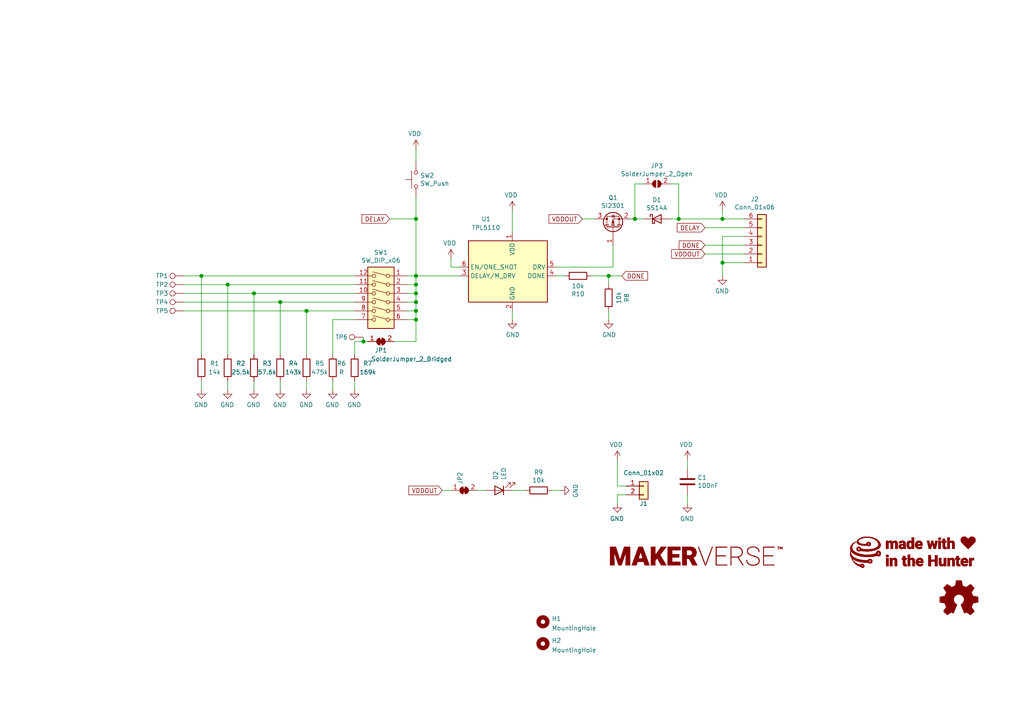
<source format=kicad_sch>
(kicad_sch (version 20210621) (generator eeschema)
  (paper "A4")
  (title_block (title "Makerverse TPL5110 Nano Power Timer") (date "2021-09-14") (rev "10") (comment 1 "Designed at Core Electronics by Brenton Schulz") (comment 2 "Makerverse and the makerverse logo are trademarks of Core Electronics Pty Ltd.") (comment 3 "License: CCASAv4.0 https://creativecommons.org/licenses/by-sa/4.0/"))
  (lib_symbols
    (symbol "Connector:TestPoint" (pin_numbers hide) (pin_names (offset 0.762) hide)
      (property "Reference" "TP" (at 0 6.858 0))
      (property "Value" "TestPoint" (at 0 5.08 0))
      (symbol "TestPoint_1_1"
        (pin passive line (at 0 0 90) (length 2.54) (name "1") (number "1"))
      )
    )
    (symbol "Connector_Generic:Conn_01x02" (pin_names (offset 1.016) hide)
      (property "Reference" "J" (at 0 2.54 0))
      (property "Value" "Conn_01x02" (at 0 -5.08 0))
      (symbol "Conn_01x02_1_1"
        (pin passive line (at -5.08 0 0) (length 3.81) (name "Pin_1") (number "1"))
        (pin passive line (at -5.08 -2.54 0) (length 3.81) (name "Pin_2") (number "2"))
      )
    )
    (symbol "Connector_Generic:Conn_01x06" (pin_names (offset 1.016) hide)
      (property "Reference" "J" (at 0 7.62 0))
      (property "Value" "Conn_01x06" (at 0 -10.16 0))
      (symbol "Conn_01x06_1_1"
        (pin passive line (at -5.08 5.08 0) (length 3.81) (name "Pin_1") (number "1"))
        (pin passive line (at -5.08 2.54 0) (length 3.81) (name "Pin_2") (number "2"))
        (pin passive line (at -5.08 0 0) (length 3.81) (name "Pin_3") (number "3"))
        (pin passive line (at -5.08 -2.54 0) (length 3.81) (name "Pin_4") (number "4"))
        (pin passive line (at -5.08 -5.08 0) (length 3.81) (name "Pin_5") (number "5"))
        (pin passive line (at -5.08 -7.62 0) (length 3.81) (name "Pin_6") (number "6"))
      )
    )
    (symbol "CoreElectronics_Artwork:LOGO_CoreElectronics_made-with-love" (pin_names (offset 1.016)))
    (symbol "CoreElectronics_Artwork:LOGO_Makerverse" (pin_names (offset 1.016)))
    (symbol "Device:C" (pin_numbers hide) (pin_names (offset 0.254))
      (property "Reference" "C" (at 0.635 2.54 0))
      (property "Value" "C" (at 0.635 -2.54 0))
      (symbol "C_1_1"
        (pin passive line (at 0 3.81 270) (length 2.794) (name "~") (number "1"))
        (pin passive line (at 0 -3.81 90) (length 2.794) (name "~") (number "2"))
      )
    )
    (symbol "Device:D_Schottky" (pin_numbers hide) (pin_names (offset 1.016) hide)
      (property "Reference" "D" (at 0 2.54 0))
      (property "Value" "D_Schottky" (at 0 -2.54 0))
      (symbol "D_Schottky_1_1"
        (pin passive line (at -3.81 0 0) (length 2.54) (name "K") (number "1"))
        (pin passive line (at 3.81 0 180) (length 2.54) (name "A") (number "2"))
      )
    )
    (symbol "Device:LED" (pin_numbers hide) (pin_names (offset 1.016) hide)
      (property "Reference" "D" (at 0 2.54 0))
      (property "Value" "LED" (at 0 -2.54 0))
      (symbol "LED_1_1"
        (pin passive line (at -3.81 0 0) (length 2.54) (name "K") (number "1"))
        (pin passive line (at 3.81 0 180) (length 2.54) (name "A") (number "2"))
      )
    )
    (symbol "Device:R" (pin_numbers hide) (pin_names (offset 0))
      (property "Reference" "R" (at 2.032 0 90))
      (property "Value" "R" (at 0 0 90))
      (symbol "R_1_1"
        (pin passive line (at 0 3.81 270) (length 1.27) (name "~") (number "1"))
        (pin passive line (at 0 -3.81 90) (length 1.27) (name "~") (number "2"))
      )
    )
    (symbol "Graphic:Logo_Open_Hardware_Small" (pin_names (offset 1.016)))
    (symbol "Jumper:SolderJumper_2_Bridged" (pin_names (offset 0) hide)
      (property "Reference" "JP" (at 0 2.032 0))
      (property "Value" "SolderJumper_2_Bridged" (at 0 -2.54 0))
      (symbol "SolderJumper_2_Bridged_1_1"
        (pin passive line (at -3.81 0 0) (length 2.54) (name "A") (number "1"))
        (pin passive line (at 3.81 0 180) (length 2.54) (name "B") (number "2"))
      )
    )
    (symbol "Jumper:SolderJumper_2_Open" (pin_names (offset 0) hide)
      (property "Reference" "JP" (at 0 2.032 0))
      (property "Value" "SolderJumper_2_Open" (at 0 -2.54 0))
      (symbol "SolderJumper_2_Open_1_1"
        (pin passive line (at -3.81 0 0) (length 2.54) (name "A") (number "1"))
        (pin passive line (at 3.81 0 180) (length 2.54) (name "B") (number "2"))
      )
    )
    (symbol "Mechanical:MountingHole" (pin_names (offset 1.016))
      (property "Reference" "H" (at 0 5.08 0))
      (property "Value" "MountingHole" (at 0 3.175 0))
    )
    (symbol "Switch:SW_DIP_x06" (pin_names (offset 0) hide)
      (property "Reference" "SW" (at 0 11.43 0))
      (property "Value" "SW_DIP_x06" (at 0 -8.89 0))
      (symbol "SW_DIP_x06_1_1"
        (pin passive line (at -7.62 7.62 0) (length 5.08) (name "~") (number "1"))
        (pin passive line (at 7.62 2.54 180) (length 5.08) (name "~") (number "10"))
        (pin passive line (at 7.62 5.08 180) (length 5.08) (name "~") (number "11"))
        (pin passive line (at 7.62 7.62 180) (length 5.08) (name "~") (number "12"))
        (pin passive line (at -7.62 5.08 0) (length 5.08) (name "~") (number "2"))
        (pin passive line (at -7.62 2.54 0) (length 5.08) (name "~") (number "3"))
        (pin passive line (at -7.62 0 0) (length 5.08) (name "~") (number "4"))
        (pin passive line (at -7.62 -2.54 0) (length 5.08) (name "~") (number "5"))
        (pin passive line (at -7.62 -5.08 0) (length 5.08) (name "~") (number "6"))
        (pin passive line (at 7.62 -5.08 180) (length 5.08) (name "~") (number "7"))
        (pin passive line (at 7.62 -2.54 180) (length 5.08) (name "~") (number "8"))
        (pin passive line (at 7.62 0 180) (length 5.08) (name "~") (number "9"))
      )
    )
    (symbol "Switch:SW_Push" (pin_numbers hide) (pin_names (offset 1.016) hide)
      (property "Reference" "SW" (at 1.27 2.54 0))
      (property "Value" "SW_Push" (at 0 -1.524 0))
      (symbol "SW_Push_0_1"
        (pin passive line (at -5.08 0 0) (length 2.54) (name "1") (number "1"))
        (pin passive line (at 5.08 0 180) (length 2.54) (name "2") (number "2"))
      )
    )
    (symbol "Timer:TPL5110"
      (property "Reference" "U" (at -10.16 8.89 0))
      (property "Value" "TPL5110" (at 6.35 8.89 0))
      (symbol "TPL5110_1_1"
        (pin power_in line (at 0 10.16 270) (length 2.54) (name "VDD") (number "1"))
        (pin power_in line (at 0 -12.7 90) (length 2.54) (name "GND") (number "2"))
        (pin input line (at -15.24 -2.54 0) (length 2.54) (name "DELAY/M_DRV") (number "3"))
        (pin input line (at 12.7 -2.54 180) (length 2.54) (name "DONE") (number "4"))
        (pin output line (at 12.7 0 180) (length 2.54) (name "DRV") (number "5"))
        (pin input line (at -15.24 0 0) (length 2.54) (name "EN/ONE_SHOT") (number "6"))
      )
    )
    (symbol "Transistor_FET:Si2319CDS" (pin_names hide)
      (property "Reference" "Q" (at 5.08 1.905 0))
      (property "Value" "Si2319CDS" (at 5.08 0 0))
      (symbol "Si2319CDS_1_1"
        (pin input line (at -5.08 0 0) (length 2.54) (name "G") (number "1"))
        (pin passive line (at 2.54 -5.08 90) (length 2.54) (name "S") (number "2"))
        (pin passive line (at 2.54 5.08 270) (length 2.54) (name "D") (number "3"))
      )
    )
    (symbol "power:GND" (power) (pin_names (offset 0))
      (property "Value" "GND" (at 0 -3.81 0))
      (symbol "GND_1_1"
        (pin power_in line (at 0 0 270) (length 0) hide (name "GND") (number "1"))
      )
    )
    (symbol "power:VDD" (power) (pin_names (offset 0))
      (property "Value" "VDD" (at 0 3.81 0))
      (symbol "VDD_1_1"
        (pin power_in line (at 0 0 90) (length 0) hide (name "VDD") (number "1"))
      )
    )
  )
  (junction (at 58.42 80.01) (diameter 1.016))
  (junction (at 66.04 82.55) (diameter 1.016))
  (junction (at 73.66 85.09) (diameter 1.016))
  (junction (at 81.28 87.63) (diameter 1.016))
  (junction (at 88.9 90.17) (diameter 1.016))
  (junction (at 105.41 99.06) (diameter 1.016))
  (junction (at 120.65 63.5) (diameter 1.016))
  (junction (at 120.65 80.01) (diameter 1.016))
  (junction (at 120.65 82.55) (diameter 1.016))
  (junction (at 120.65 85.09) (diameter 1.016))
  (junction (at 120.65 87.63) (diameter 1.016))
  (junction (at 120.65 90.17) (diameter 1.016))
  (junction (at 120.65 92.71) (diameter 1.016))
  (junction (at 176.53 80.01) (diameter 1.016))
  (junction (at 184.15 63.5) (diameter 1.016))
  (junction (at 196.85 63.5) (diameter 1.016))
  (junction (at 209.55 63.5) (diameter 1.016))
  (junction (at 209.55 76.2) (diameter 1.016))
  (wire (pts (xy 53.34 82.55) (xy 66.04 82.55)))
  (wire (pts (xy 53.34 85.09) (xy 73.66 85.09)))
  (wire (pts (xy 53.34 87.63) (xy 81.28 87.63)))
  (wire (pts (xy 53.34 90.17) (xy 88.9 90.17)))
  (wire (pts (xy 58.42 80.01) (xy 53.34 80.01)))
  (wire (pts (xy 58.42 80.01) (xy 102.87 80.01)))
  (wire (pts (xy 58.42 102.87) (xy 58.42 80.01)))
  (wire (pts (xy 58.42 113.03) (xy 58.42 110.49)))
  (wire (pts (xy 66.04 82.55) (xy 66.04 102.87)))
  (wire (pts (xy 66.04 82.55) (xy 102.87 82.55)))
  (wire (pts (xy 66.04 110.49) (xy 66.04 113.03)))
  (wire (pts (xy 73.66 85.09) (xy 73.66 102.87)))
  (wire (pts (xy 73.66 85.09) (xy 102.87 85.09)))
  (wire (pts (xy 73.66 113.03) (xy 73.66 110.49)))
  (wire (pts (xy 81.28 87.63) (xy 81.28 102.87)))
  (wire (pts (xy 81.28 87.63) (xy 102.87 87.63)))
  (wire (pts (xy 81.28 110.49) (xy 81.28 113.03)))
  (wire (pts (xy 88.9 90.17) (xy 88.9 102.87)))
  (wire (pts (xy 88.9 90.17) (xy 102.87 90.17)))
  (wire (pts (xy 88.9 113.03) (xy 88.9 110.49)))
  (wire (pts (xy 96.52 92.71) (xy 96.52 102.87)))
  (wire (pts (xy 96.52 110.49) (xy 96.52 113.03)))
  (wire (pts (xy 102.87 92.71) (xy 96.52 92.71)))
  (wire (pts (xy 102.87 99.06) (xy 105.41 99.06)))
  (wire (pts (xy 102.87 102.87) (xy 102.87 99.06)))
  (wire (pts (xy 102.87 113.03) (xy 102.87 110.49)))
  (wire (pts (xy 105.41 97.79) (xy 105.41 99.06)))
  (wire (pts (xy 105.41 99.06) (xy 106.68 99.06)))
  (wire (pts (xy 113.03 63.5) (xy 120.65 63.5)))
  (wire (pts (xy 114.3 99.06) (xy 120.65 99.06)))
  (wire (pts (xy 118.11 82.55) (xy 120.65 82.55)))
  (wire (pts (xy 118.11 87.63) (xy 120.65 87.63)))
  (wire (pts (xy 118.11 92.71) (xy 120.65 92.71)))
  (wire (pts (xy 120.65 43.18) (xy 120.65 46.99)))
  (wire (pts (xy 120.65 57.15) (xy 120.65 63.5)))
  (wire (pts (xy 120.65 63.5) (xy 120.65 80.01)))
  (wire (pts (xy 120.65 80.01) (xy 118.11 80.01)))
  (wire (pts (xy 120.65 82.55) (xy 120.65 80.01)))
  (wire (pts (xy 120.65 85.09) (xy 118.11 85.09)))
  (wire (pts (xy 120.65 85.09) (xy 120.65 82.55)))
  (wire (pts (xy 120.65 87.63) (xy 120.65 85.09)))
  (wire (pts (xy 120.65 90.17) (xy 118.11 90.17)))
  (wire (pts (xy 120.65 90.17) (xy 120.65 87.63)))
  (wire (pts (xy 120.65 92.71) (xy 120.65 90.17)))
  (wire (pts (xy 120.65 99.06) (xy 120.65 92.71)))
  (wire (pts (xy 128.27 142.24) (xy 130.81 142.24)))
  (wire (pts (xy 130.81 74.93) (xy 130.81 77.47)))
  (wire (pts (xy 130.81 77.47) (xy 133.35 77.47)))
  (wire (pts (xy 133.35 80.01) (xy 120.65 80.01)))
  (wire (pts (xy 138.43 142.24) (xy 140.97 142.24)))
  (wire (pts (xy 148.59 60.96) (xy 148.59 67.31)))
  (wire (pts (xy 148.59 92.71) (xy 148.59 90.17)))
  (wire (pts (xy 148.59 142.24) (xy 152.4 142.24)))
  (wire (pts (xy 161.29 77.47) (xy 177.8 77.47)))
  (wire (pts (xy 161.29 80.01) (xy 163.83 80.01)))
  (wire (pts (xy 162.56 142.24) (xy 160.02 142.24)))
  (wire (pts (xy 168.91 63.5) (xy 172.72 63.5)))
  (wire (pts (xy 171.45 80.01) (xy 176.53 80.01)))
  (wire (pts (xy 176.53 80.01) (xy 180.34 80.01)))
  (wire (pts (xy 176.53 82.55) (xy 176.53 80.01)))
  (wire (pts (xy 176.53 90.17) (xy 176.53 92.71)))
  (wire (pts (xy 177.8 77.47) (xy 177.8 71.12)))
  (wire (pts (xy 179.07 140.97) (xy 179.07 133.35)))
  (wire (pts (xy 179.07 143.51) (xy 181.61 143.51)))
  (wire (pts (xy 179.07 146.05) (xy 179.07 143.51)))
  (wire (pts (xy 181.61 140.97) (xy 179.07 140.97)))
  (wire (pts (xy 184.15 53.34) (xy 184.15 63.5)))
  (wire (pts (xy 184.15 63.5) (xy 182.88 63.5)))
  (wire (pts (xy 186.69 53.34) (xy 184.15 53.34)))
  (wire (pts (xy 186.69 63.5) (xy 184.15 63.5)))
  (wire (pts (xy 194.31 53.34) (xy 196.85 53.34)))
  (wire (pts (xy 194.31 63.5) (xy 196.85 63.5)))
  (wire (pts (xy 196.85 53.34) (xy 196.85 63.5)))
  (wire (pts (xy 196.85 63.5) (xy 209.55 63.5)))
  (wire (pts (xy 199.39 133.35) (xy 199.39 135.89)))
  (wire (pts (xy 199.39 143.51) (xy 199.39 146.05)))
  (wire (pts (xy 204.47 71.12) (xy 215.9 71.12)))
  (wire (pts (xy 204.47 73.66) (xy 215.9 73.66)))
  (wire (pts (xy 209.55 60.96) (xy 209.55 63.5)))
  (wire (pts (xy 209.55 63.5) (xy 215.9 63.5)))
  (wire (pts (xy 209.55 68.58) (xy 215.9 68.58)))
  (wire (pts (xy 209.55 76.2) (xy 209.55 68.58)))
  (wire (pts (xy 209.55 80.01) (xy 209.55 76.2)))
  (wire (pts (xy 215.9 66.04) (xy 204.47 66.04)))
  (wire (pts (xy 215.9 76.2) (xy 209.55 76.2)))
  (global_label "DELAY" (shape input) (at 113.03 63.5 180) (property "Intersheet References" "${INTERSHEET_REFS}" (effects hide)))
  (global_label "VDDOUT" (shape input) (at 128.27 142.24 180) (property "Intersheet References" "${INTERSHEET_REFS}" (effects hide)))
  (global_label "VDDOUT" (shape input) (at 168.91 63.5 180) (property "Intersheet References" "${INTERSHEET_REFS}" (effects hide)))
  (global_label "DONE" (shape input) (at 180.34 80.01 0) (property "Intersheet References" "${INTERSHEET_REFS}" (effects hide)))
  (global_label "DELAY" (shape input) (at 204.47 66.04 180) (property "Intersheet References" "${INTERSHEET_REFS}" (effects hide)))
  (global_label "DONE" (shape input) (at 204.47 71.12 180) (property "Intersheet References" "${INTERSHEET_REFS}" (effects hide)))
  (global_label "VDDOUT" (shape input) (at 204.47 73.66 180) (property "Intersheet References" "${INTERSHEET_REFS}" (effects hide)))
  (symbol (lib_id "power:VDD") (at 120.65 43.18 0) (mirror y) (unit 1)
    (property "Reference" "#PWR0117" (effects hide))
    (property "Value" "VDD" (at 120.269 38.7858 0))
  )
  (symbol (lib_id "power:VDD") (at 130.81 74.93 0) (mirror y) (unit 1)
    (property "Reference" "#PWR0108" (effects hide))
    (property "Value" "VDD" (at 130.429 70.5358 0))
  )
  (symbol (lib_id "power:VDD") (at 148.59 60.96 0) (mirror y) (unit 1)
    (property "Reference" "#PWR0105" (effects hide))
    (property "Value" "VDD" (at 148.209 56.5658 0))
  )
  (symbol (lib_id "power:VDD") (at 179.07 133.35 0) (mirror y) (unit 1)
    (property "Reference" "#PWR0115" (effects hide))
    (property "Value" "VDD" (at 178.689 128.9558 0))
  )
  (symbol (lib_id "power:VDD") (at 199.39 133.35 0) (mirror y) (unit 1)
    (property "Reference" "#PWR0107" (effects hide))
    (property "Value" "VDD" (at 199.009 128.9558 0))
  )
  (symbol (lib_id "power:VDD") (at 209.55 60.96 0) (mirror y) (unit 1)
    (property "Reference" "#PWR0120" (effects hide))
    (property "Value" "VDD" (at 209.169 56.5658 0))
  )
  (symbol (lib_id "Connector:TestPoint") (at 53.34 80.01 90) (unit 1)
    (property "Reference" "TP1" (at 46.99 80.01 90))
    (property "Value" "TestPoint" (effects hide))
    (property "Footprint" "TestPoint:TestPoint_THTPad_D1.5mm_Drill0.7mm" (effects hide))
  )
  (symbol (lib_id "Connector:TestPoint") (at 53.34 82.55 90) (unit 1)
    (property "Reference" "TP2" (at 46.99 82.55 90))
    (property "Value" "TestPoint" (effects hide))
    (property "Footprint" "TestPoint:TestPoint_THTPad_D1.5mm_Drill0.7mm" (effects hide))
  )
  (symbol (lib_id "Connector:TestPoint") (at 53.34 85.09 90) (unit 1)
    (property "Reference" "TP3" (at 46.99 85.09 90))
    (property "Value" "TestPoint" (effects hide))
    (property "Footprint" "TestPoint:TestPoint_THTPad_D1.5mm_Drill0.7mm" (effects hide))
  )
  (symbol (lib_id "Connector:TestPoint") (at 53.34 87.63 90) (unit 1)
    (property "Reference" "TP4" (at 46.99 87.63 90))
    (property "Value" "TestPoint" (effects hide))
    (property "Footprint" "TestPoint:TestPoint_THTPad_D1.5mm_Drill0.7mm" (effects hide))
  )
  (symbol (lib_id "Connector:TestPoint") (at 53.34 90.17 90) (unit 1)
    (property "Reference" "TP5" (at 46.99 90.17 90))
    (property "Value" "TestPoint" (effects hide))
    (property "Footprint" "TestPoint:TestPoint_THTPad_D1.5mm_Drill0.7mm" (effects hide))
  )
  (symbol (lib_id "Connector:TestPoint") (at 105.41 97.79 90) (unit 1)
    (property "Reference" "TP6" (at 99.06 97.79 90))
    (property "Value" "TestPoint" (effects hide))
    (property "Footprint" "TestPoint:TestPoint_THTPad_D1.5mm_Drill0.7mm" (effects hide))
  )
  (symbol (lib_id "power:GND") (at 58.42 113.03 0) (mirror y) (unit 1)
    (property "Reference" "#PWR0101" (effects hide))
    (property "Value" "GND" (at 58.293 117.4242 0))
  )
  (symbol (lib_id "power:GND") (at 66.04 113.03 0) (mirror y) (unit 1)
    (property "Reference" "#PWR0109" (effects hide))
    (property "Value" "GND" (at 65.913 117.4242 0))
  )
  (symbol (lib_id "power:GND") (at 73.66 113.03 0) (mirror y) (unit 1)
    (property "Reference" "#PWR0110" (effects hide))
    (property "Value" "GND" (at 73.533 117.4242 0))
  )
  (symbol (lib_id "power:GND") (at 81.28 113.03 0) (mirror y) (unit 1)
    (property "Reference" "#PWR0111" (effects hide))
    (property "Value" "GND" (at 81.153 117.4242 0))
  )
  (symbol (lib_id "power:GND") (at 88.9 113.03 0) (mirror y) (unit 1)
    (property "Reference" "#PWR0112" (effects hide))
    (property "Value" "GND" (at 88.773 117.4242 0))
  )
  (symbol (lib_id "power:GND") (at 96.52 113.03 0) (mirror y) (unit 1)
    (property "Reference" "#PWR0113" (effects hide))
    (property "Value" "GND" (at 96.393 117.4242 0))
  )
  (symbol (lib_id "power:GND") (at 102.87 113.03 0) (mirror y) (unit 1)
    (property "Reference" "#PWR0114" (effects hide))
    (property "Value" "GND" (at 102.743 117.4242 0))
  )
  (symbol (lib_id "power:GND") (at 148.59 92.71 0) (unit 1)
    (property "Reference" "#PWR0104" (effects hide))
    (property "Value" "GND" (at 148.717 97.1042 0))
  )
  (symbol (lib_id "power:GND") (at 162.56 142.24 90) (mirror x) (unit 1)
    (property "Reference" "#PWR0118" (effects hide))
    (property "Value" "GND" (at 166.9542 142.367 0))
  )
  (symbol (lib_id "power:GND") (at 176.53 92.71 0) (unit 1)
    (property "Reference" "#PWR0102" (effects hide))
    (property "Value" "GND" (at 176.657 97.1042 0))
  )
  (symbol (lib_id "power:GND") (at 179.07 146.05 0) (mirror y) (unit 1)
    (property "Reference" "#PWR0116" (effects hide))
    (property "Value" "GND" (at 178.943 150.4442 0))
  )
  (symbol (lib_id "power:GND") (at 199.39 146.05 0) (mirror y) (unit 1)
    (property "Reference" "#PWR0106" (effects hide))
    (property "Value" "GND" (at 199.263 150.4442 0))
  )
  (symbol (lib_id "power:GND") (at 209.55 80.01 0) (mirror y) (unit 1)
    (property "Reference" "#PWR0103" (effects hide))
    (property "Value" "GND" (at 209.423 84.4042 0))
  )
  (symbol (lib_id "Mechanical:MountingHole") (at 157.48 180.34 0) (unit 1)
    (property "Reference" "H1" (at 160.0201 179.4315 0) (effects (justify left)))
    (property "Value" "MountingHole" (at 160.0201 182.2066 0) (effects (justify left)))
    (property "Footprint" "MountingHole:MountingHole_3.2mm_M3" (effects hide))
  )
  (symbol (lib_id "Mechanical:MountingHole") (at 157.48 186.69 0) (unit 1)
    (property "Reference" "H2" (at 160.0201 185.7815 0) (effects (justify left)))
    (property "Value" "MountingHole" (at 160.0201 188.5566 0) (effects (justify left)))
    (property "Footprint" "MountingHole:MountingHole_3.2mm_M3" (effects hide))
  )
  (symbol (lib_id "Jumper:SolderJumper_2_Bridged") (at 110.49 99.06 0) (mirror x) (unit 1)
    (property "Reference" "JP1" (at 110.49 101.6 0))
    (property "Value" "SolderJumper_2_Bridged" (at 119.38 104.14 0))
    (property "Footprint" "CoreElectronics_Components:SolderJumper-2_P1.3mm_Bridged_RoundedPad1.0x1.5mm" (effects hide))
  )
  (symbol (lib_id "Jumper:SolderJumper_2_Bridged") (at 134.62 142.24 0) (unit 1)
    (property "Reference" "JP2" (at 133.4516 140.5128 90) (effects (justify left)))
    (property "Value" "SolderJumper_2_Bridged" (effects hide))
    (property "Footprint" "CoreElectronics_Components:SolderJumper-2_P1.3mm_Bridged_RoundedPad1.0x1.5mm" (effects hide))
  )
  (symbol (lib_id "Jumper:SolderJumper_2_Open") (at 190.5 53.34 0) (unit 1)
    (property "Reference" "JP3" (at 190.5 48.133 0))
    (property "Value" "SolderJumper_2_Open" (at 190.5 50.4444 0))
    (property "Footprint" "CoreElectronics_Components:SolderJumper-2_P1.3mm_Open_RoundedPad1.0x1.5mm_NoMask" (effects hide))
  )
  (symbol (lib_id "Device:R") (at 58.42 106.68 0) (mirror y) (unit 1)
    (property "Reference" "R1" (at 62.23 105.41 0))
    (property "Value" "14k" (at 62.23 107.95 0))
    (property "Footprint" "Resistor_SMD:R_0402_1005Metric" (effects hide))
  )
  (symbol (lib_id "Device:R") (at 66.04 106.68 0) (mirror y) (unit 1)
    (property "Reference" "R2" (at 69.85 105.41 0))
    (property "Value" "25.5k" (at 69.85 107.95 0))
    (property "Footprint" "Resistor_SMD:R_0402_1005Metric" (effects hide))
  )
  (symbol (lib_id "Device:R") (at 73.66 106.68 0) (mirror y) (unit 1)
    (property "Reference" "R3" (at 77.47 105.41 0))
    (property "Value" "57.6k" (at 77.47 107.95 0))
    (property "Footprint" "Resistor_SMD:R_0402_1005Metric" (effects hide))
  )
  (symbol (lib_id "Device:R") (at 81.28 106.68 0) (mirror y) (unit 1)
    (property "Reference" "R4" (at 85.09 105.41 0))
    (property "Value" "143k" (at 85.09 107.95 0))
    (property "Footprint" "Resistor_SMD:R_0402_1005Metric" (effects hide))
  )
  (symbol (lib_id "Device:R") (at 88.9 106.68 0) (mirror y) (unit 1)
    (property "Reference" "R5" (at 92.71 105.41 0))
    (property "Value" "475k" (at 92.71 107.95 0))
    (property "Footprint" "Resistor_SMD:R_0402_1005Metric" (effects hide))
  )
  (symbol (lib_id "Device:R") (at 96.52 106.68 0) (mirror y) (unit 1)
    (property "Reference" "R6" (at 99.06 105.41 0))
    (property "Value" "R" (at 99.06 107.95 0))
    (property "Footprint" "Resistor_THT:R_Axial_DIN0207_L6.3mm_D2.5mm_P7.62mm_Horizontal" (effects hide))
  )
  (symbol (lib_id "Device:R") (at 102.87 106.68 0) (mirror y) (unit 1)
    (property "Reference" "R7" (at 106.68 105.41 0))
    (property "Value" "169k" (at 106.68 107.95 0))
    (property "Footprint" "Resistor_SMD:R_0402_1005Metric" (effects hide))
  )
  (symbol (lib_id "Device:R") (at 156.21 142.24 270) (unit 1)
    (property "Reference" "R9" (at 156.21 136.9822 90))
    (property "Value" "10k" (at 156.21 139.2936 90))
    (property "Footprint" "Resistor_SMD:R_0402_1005Metric" (effects hide))
  )
  (symbol (lib_id "Device:R") (at 167.64 80.01 90) (unit 1)
    (property "Reference" "R10" (at 167.64 85.2678 90))
    (property "Value" "10k" (at 167.64 82.9564 90))
    (property "Footprint" "Resistor_SMD:R_0402_1005Metric" (effects hide))
  )
  (symbol (lib_id "Device:R") (at 176.53 86.36 180) (unit 1)
    (property "Reference" "R8" (at 181.7878 86.36 90))
    (property "Value" "10k" (at 179.4764 86.36 90))
    (property "Footprint" "Resistor_SMD:R_0402_1005Metric" (effects hide))
  )
  (symbol (lib_id "Device:D_Schottky") (at 190.5 63.5 0) (unit 1)
    (property "Reference" "D1" (at 190.5 57.9882 0))
    (property "Value" "SS14A" (at 190.5 60.2996 0))
    (property "Footprint" "Diode_SMD:D_SMA" (effects hide))
  )
  (symbol (lib_id "Device:LED") (at 144.78 142.24 180) (unit 1)
    (property "Reference" "D2" (at 143.7894 139.2428 90) (effects (justify right)))
    (property "Value" "LED" (at 146.1008 139.2428 90) (effects (justify right)))
    (property "Footprint" "LED_SMD:LED_0603_1608Metric" (effects hide))
  )
  (symbol (lib_id "Connector_Generic:Conn_01x02") (at 186.69 140.97 0) (unit 1)
    (property "Reference" "J1" (at 186.69 146.05 0))
    (property "Value" "Conn_01x02" (at 186.69 137.16 0))
    (property "Footprint" "Connector_JST:JST_PH_S2B-PH-SM4-TB_1x02-1MP_P2.00mm_Horizontal" (effects hide))
  )
  (symbol (lib_id "Device:C") (at 199.39 139.7 0) (unit 1)
    (property "Reference" "C1" (at 202.311 138.5316 0) (effects (justify left)))
    (property "Value" "100nF" (at 202.311 140.843 0) (effects (justify left)))
    (property "Footprint" "Capacitor_SMD:C_0402_1005Metric" (effects hide))
  )
  (symbol (lib_id "Switch:SW_Push") (at 120.65 52.07 90) (unit 1)
    (property "Reference" "SW2" (at 121.8692 50.9016 90) (effects (justify right)))
    (property "Value" "SW_Push" (at 121.8692 53.213 90) (effects (justify right)))
    (property "Footprint" "Button_Switch_SMD:SW_SPST_TL3305A" (effects hide))
  )
  (symbol (lib_id "Connector_Generic:Conn_01x06") (at 220.98 71.12 0) (mirror x) (unit 1)
    (property "Reference" "J2" (at 218.8972 57.785 0))
    (property "Value" "Conn_01x06" (at 218.8972 60.0964 0))
    (property "Footprint" "Connector_PinHeader_2.54mm:PinHeader_1x06_P2.54mm_Vertical" (effects hide))
  )
  (symbol (lib_id "Transistor_FET:Si2319CDS") (at 177.8 66.04 90) (unit 1)
    (property "Reference" "Q1" (at 177.8 57.3532 90))
    (property "Value" "Si2301" (at 177.8 59.6646 90))
    (property "Footprint" "Package_TO_SOT_SMD:SOT-23" (effects hide))
    (property "Datasheet" "https://datasheet.lcsc.com/lcsc/2106070533_UMW-Youtai-Semiconductor-Co.,-Ltd.-SI2309A_C2681220.pdf" (effects hide))
  )
  (symbol (lib_id "Graphic:Logo_Open_Hardware_Small") (at 278.13 173.99 0) (unit 1)
    (property "Reference" "#LOGO1" (effects hide))
    (property "Value" "Logo_Open_Hardware_Small" (effects hide))
  )
  (symbol (lib_id "CoreElectronics_Artwork:LOGO_Makerverse") (at 201.93 161.29 0) (unit 1)
    (property "Reference" "#G1" (effects hide))
    (property "Value" "LOGO_Makerverse" (effects hide))
  )
  (symbol (lib_id "Switch:SW_DIP_x06") (at 110.49 87.63 0) (mirror y) (unit 1)
    (property "Reference" "SW1" (at 110.49 73.2282 0))
    (property "Value" "SW_DIP_x06" (at 110.49 75.5396 0))
    (property "Footprint" "Button_Switch_SMD:SW_DIP_SPSTx06_Slide_6.7x16.8mm_W8.61mm_P2.54mm_LowProfile" (effects hide))
  )
  (symbol (lib_id "CoreElectronics_Artwork:LOGO_CoreElectronics_made-with-love") (at 265.43 160.02 0) (unit 1)
    (property "Reference" "G2" (effects hide))
    (property "Value" "LOGO_CoreElectronics_made-with-love" (effects hide))
    (property "Footprint" "lib:CE07927" (effects hide))
  )
  (symbol (lib_id "Timer:TPL5110") (at 148.59 77.47 0) (unit 1)
    (property "Reference" "U1" (at 140.97 63.5 0))
    (property "Value" "TPL5110" (at 140.97 66.04 0))
    (property "Footprint" "Package_TO_SOT_SMD:SOT-23-6" (effects hide))
    (property "Datasheet" "http://www.ti.com/lit/ds/symlink/tpl5110.pdf" (effects hide))
  )
)
</source>
